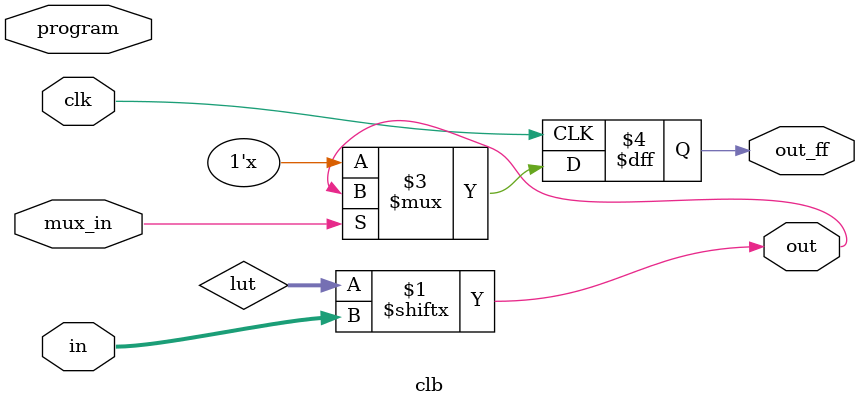
<source format=v>
module clb(in, mux_in, clk, out, out_ff, program);

input wire [3:0] in;
input wire mux_in;
input wire program;
input wire clk;
output wire out;
output wire out_ff;

/* lut reg table
0 - 0000
1 - 0001
...
15 - 1111
*/

reg [15:0] lut;	// sram

assign out = lut[in];

always @(posedge clk) begin
	out_ff <= mux_in ? out : 1'bz;
end

endmodule
</source>
